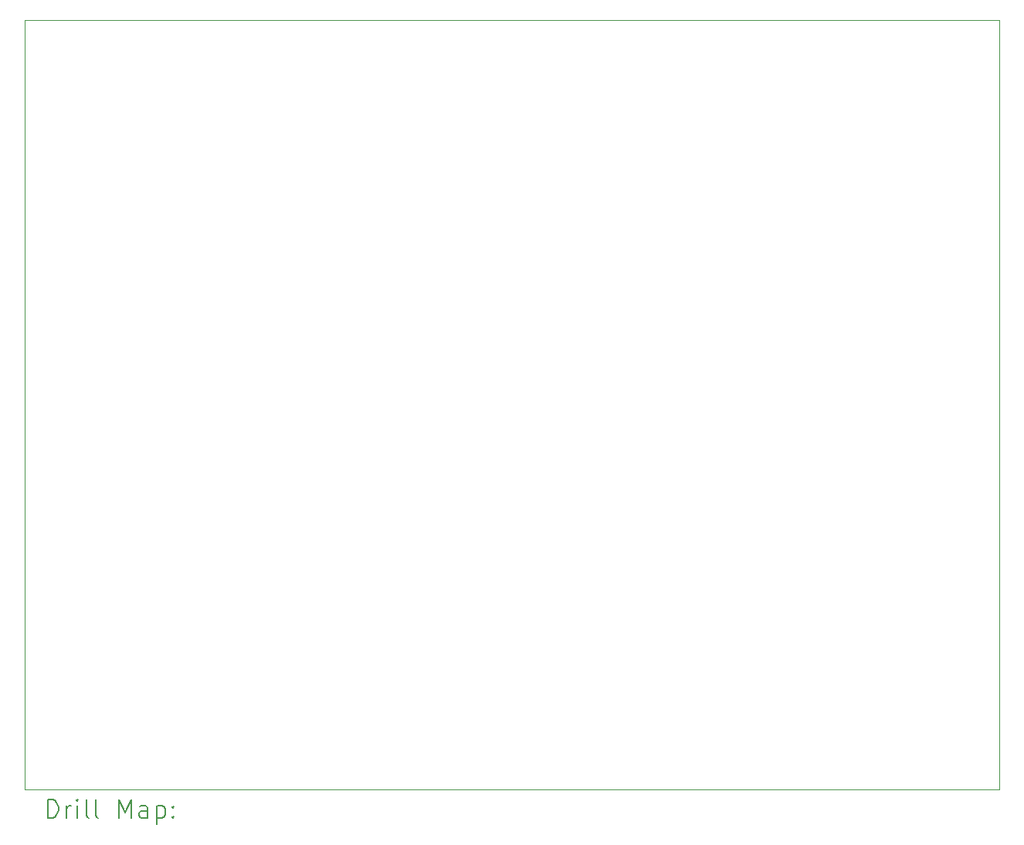
<source format=gbr>
%FSLAX45Y45*%
G04 Gerber Fmt 4.5, Leading zero omitted, Abs format (unit mm)*
G04 Created by KiCad (PCBNEW (6.0.0)) date 2022-10-06 11:10:52*
%MOMM*%
%LPD*%
G01*
G04 APERTURE LIST*
%TA.AperFunction,Profile*%
%ADD10C,0.100000*%
%TD*%
%ADD11C,0.200000*%
G04 APERTURE END LIST*
D10*
X22499320Y-4457700D02*
X11816080Y-4457700D01*
X11816080Y-4457700D02*
X11816080Y-12895580D01*
X11816080Y-12895580D02*
X22499320Y-12895580D01*
X22499320Y-12895580D02*
X22499320Y-4457700D01*
D11*
X12068699Y-13211056D02*
X12068699Y-13011056D01*
X12116318Y-13011056D01*
X12144889Y-13020580D01*
X12163937Y-13039628D01*
X12173461Y-13058675D01*
X12182985Y-13096770D01*
X12182985Y-13125342D01*
X12173461Y-13163437D01*
X12163937Y-13182485D01*
X12144889Y-13201532D01*
X12116318Y-13211056D01*
X12068699Y-13211056D01*
X12268699Y-13211056D02*
X12268699Y-13077723D01*
X12268699Y-13115818D02*
X12278223Y-13096770D01*
X12287747Y-13087247D01*
X12306794Y-13077723D01*
X12325842Y-13077723D01*
X12392508Y-13211056D02*
X12392508Y-13077723D01*
X12392508Y-13011056D02*
X12382985Y-13020580D01*
X12392508Y-13030104D01*
X12402032Y-13020580D01*
X12392508Y-13011056D01*
X12392508Y-13030104D01*
X12516318Y-13211056D02*
X12497270Y-13201532D01*
X12487747Y-13182485D01*
X12487747Y-13011056D01*
X12621080Y-13211056D02*
X12602032Y-13201532D01*
X12592508Y-13182485D01*
X12592508Y-13011056D01*
X12849651Y-13211056D02*
X12849651Y-13011056D01*
X12916318Y-13153913D01*
X12982985Y-13011056D01*
X12982985Y-13211056D01*
X13163937Y-13211056D02*
X13163937Y-13106294D01*
X13154413Y-13087247D01*
X13135366Y-13077723D01*
X13097270Y-13077723D01*
X13078223Y-13087247D01*
X13163937Y-13201532D02*
X13144889Y-13211056D01*
X13097270Y-13211056D01*
X13078223Y-13201532D01*
X13068699Y-13182485D01*
X13068699Y-13163437D01*
X13078223Y-13144389D01*
X13097270Y-13134866D01*
X13144889Y-13134866D01*
X13163937Y-13125342D01*
X13259175Y-13077723D02*
X13259175Y-13277723D01*
X13259175Y-13087247D02*
X13278223Y-13077723D01*
X13316318Y-13077723D01*
X13335366Y-13087247D01*
X13344889Y-13096770D01*
X13354413Y-13115818D01*
X13354413Y-13172961D01*
X13344889Y-13192008D01*
X13335366Y-13201532D01*
X13316318Y-13211056D01*
X13278223Y-13211056D01*
X13259175Y-13201532D01*
X13440128Y-13192008D02*
X13449651Y-13201532D01*
X13440128Y-13211056D01*
X13430604Y-13201532D01*
X13440128Y-13192008D01*
X13440128Y-13211056D01*
X13440128Y-13087247D02*
X13449651Y-13096770D01*
X13440128Y-13106294D01*
X13430604Y-13096770D01*
X13440128Y-13087247D01*
X13440128Y-13106294D01*
M02*

</source>
